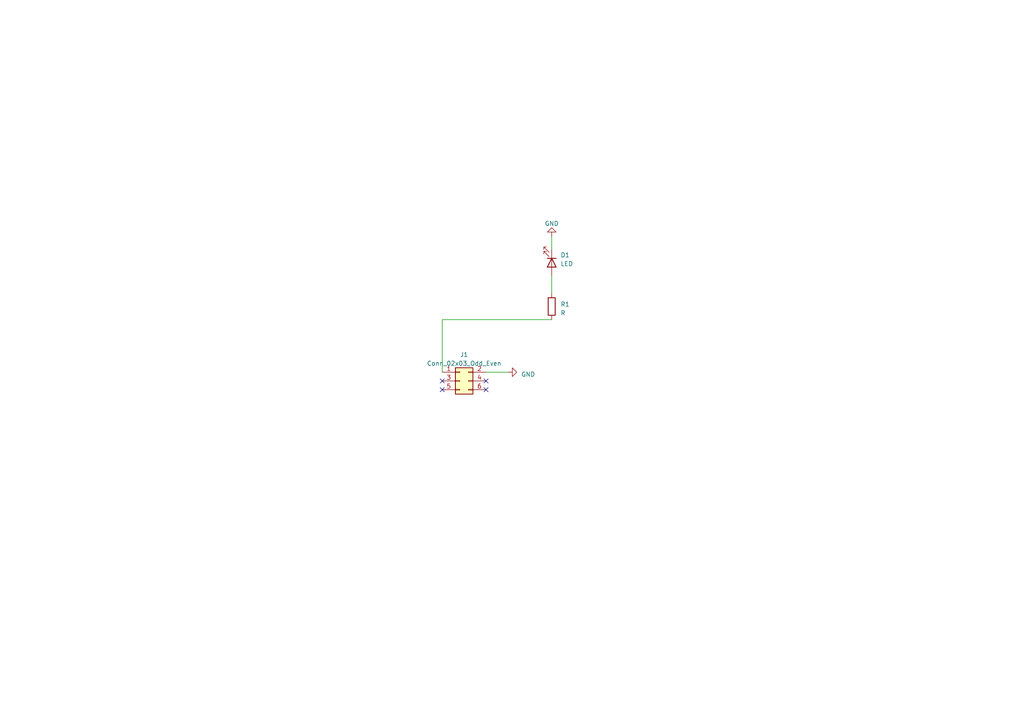
<source format=kicad_sch>
(kicad_sch (version 20220404) (generator eeschema)
  (paper "A4")
  (lib_symbols
    (symbol "Connector_Generic:Conn_02x03_Odd_Even" (pin_names (offset 1.016) hide)
      (property "Reference" "J" (at 1.27 5.08 0))
      (property "Value" "Conn_02x03_Odd_Even" (at 1.27 -5.08 0))
      (symbol "Conn_02x03_Odd_Even_1_1"
        (rectangle (start -1.27 -2.413) (end 0 -2.667) (stroke (width 0.1524)))
        (rectangle (start -1.27 0.127) (end 0 -0.127) (stroke (width 0.1524)))
        (rectangle (start -1.27 2.667) (end 0 2.413) (stroke (width 0.1524)))
        (rectangle (start -1.27 3.81) (end 3.81 -3.81) (stroke (width 0.254)) (fill (type background)))
        (rectangle (start 3.81 -2.413) (end 2.54 -2.667) (stroke (width 0.1524)))
        (rectangle (start 3.81 0.127) (end 2.54 -0.127) (stroke (width 0.1524)))
        (rectangle (start 3.81 2.667) (end 2.54 2.413) (stroke (width 0.1524)))
        (pin passive line (at -5.08 2.54 0) (length 3.81) (name "Pin_1") (number "1"))
        (pin passive line (at 7.62 2.54 180) (length 3.81) (name "Pin_2") (number "2"))
        (pin passive line (at -5.08 0 0) (length 3.81) (name "Pin_3") (number "3"))
        (pin passive line (at 7.62 0 180) (length 3.81) (name "Pin_4") (number "4"))
        (pin passive line (at -5.08 -2.54 0) (length 3.81) (name "Pin_5") (number "5"))
        (pin passive line (at 7.62 -2.54 180) (length 3.81) (name "Pin_6") (number "6"))
      )
    )
    (symbol "Device:LED" (pin_numbers hide) (pin_names (offset 1.016) hide)
      (property "Reference" "D" (at 0 2.54 0))
      (property "Value" "LED" (at 0 -2.54 0))
      (symbol "LED_0_1"
        (polyline (pts (xy -1.27 -1.27) (xy -1.27 1.27)) (stroke (width 0.254)))
        (polyline (pts (xy -1.27 0) (xy 1.27 0)))
        (polyline (pts (xy 1.27 -1.27) (xy 1.27 1.27) (xy -1.27 0) (xy 1.27 -1.27)) (stroke (width 0.254)))
        (polyline (pts (xy -3.048 -0.762) (xy -4.572 -2.286) (xy -3.81 -2.286) (xy -4.572 -2.286) (xy -4.572 -1.524)))
        (polyline (pts (xy -1.778 -0.762) (xy -3.302 -2.286) (xy -2.54 -2.286) (xy -3.302 -2.286) (xy -3.302 -1.524)))
      )
      (symbol "LED_1_1"
        (pin passive line (at -3.81 0 0) (length 2.54) (name "K") (number "1"))
        (pin passive line (at 3.81 0 180) (length 2.54) (name "A") (number "2"))
      )
    )
    (symbol "Device:R" (pin_numbers hide) (pin_names (offset 0))
      (property "Reference" "R" (at 2.032 0 90))
      (property "Value" "R" (at 0 0 90))
      (symbol "R_0_1"
        (rectangle (start -1.016 -2.54) (end 1.016 2.54) (stroke (width 0.254)))
      )
      (symbol "R_1_1"
        (pin passive line (at 0 3.81 270) (length 1.27) (name "~") (number "1"))
        (pin passive line (at 0 -3.81 90) (length 1.27) (name "~") (number "2"))
      )
    )
    (symbol "power:GND" (power) (pin_names (offset 0))
      (property "Value" "GND" (at 0 -3.81 0))
      (symbol "GND_0_1"
        (polyline (pts (xy 0 0) (xy 0 -1.27) (xy 1.27 -1.27) (xy 0 -2.54) (xy -1.27 -1.27) (xy 0 -1.27)))
      )
      (symbol "GND_1_1"
        (pin power_in line (at 0 0 270) (length 0) hide (name "GND") (number "1"))
      )
    )
  )
  (no_connect (at 128.27 110.49))
  (no_connect (at 128.27 113.03))
  (no_connect (at 140.97 113.03))
  (no_connect (at 140.97 110.49))
  (wire (pts (xy 160.02 80.01) (xy 160.02 85.09)))
  (wire (pts (xy 128.27 107.95) (xy 128.27 92.71)))
  (wire (pts (xy 128.27 92.71) (xy 160.02 92.71)))
  (wire (pts (xy 160.02 68.58) (xy 160.02 72.39)))
  (wire (pts (xy 140.97 107.95) (xy 147.32 107.95)))
  (symbol (lib_id "Connector_Generic:Conn_02x03_Odd_Even") (at 133.35 110.49 0) (unit 1)
    (default_instance (reference "J") (unit 1) (value "Conn_02x03_Odd_Even") (footprint ""))
    (property "Reference" "J1" (at 134.62 102.87 0))
    (property "Value" "Conn_02x03_Odd_Even" (at 134.62 105.41 0))
    (property "Footprint" "Connector_PinHeader_2.54mm:PinHeader_2x03_P2.54mm_Vertical_SMD" (effects hide))
  )
  (symbol (lib_id "Device:R") (at 160.02 88.9 0) (unit 1)
    (default_instance (reference "R") (unit 1) (value "R") (footprint ""))
    (property "Reference" "R1" (at 162.56 88.265 0) (effects (justify left)))
    (property "Value" "R" (at 162.56 90.805 0) (effects (justify left)))
    (property "Footprint" "Resistor_SMD:R_1206_3216Metric_Pad1.30x1.75mm_HandSolder" (effects hide))
  )
  (symbol (lib_id "power:GND") (at 160.02 68.58 180) (unit 1)
    (default_instance (reference "#PWR") (unit 1) (value "GND") (footprint ""))
    (property "Reference" "#PWR03" (effects hide))
    (property "Value" "GND" (at 160.02 64.8437 0))
  )
  (symbol (lib_id "Device:LED") (at 160.02 76.2 270) (unit 1)
    (default_instance (reference "D") (unit 1) (value "LED") (footprint ""))
    (property "Reference" "D1" (at 162.56 73.9775 90) (effects (justify left)))
    (property "Value" "LED" (at 162.56 76.5175 90) (effects (justify left)))
    (property "Footprint" "sunled:XZDGK45WT-9" (effects hide))
  )
  (symbol (lib_id "power:GND") (at 147.32 107.95 90) (unit 1)
    (default_instance (reference "#PWR") (unit 1) (value "GND") (footprint ""))
    (property "Reference" "#PWR02" (effects hide))
    (property "Value" "GND" (at 151.13 108.585 90) (effects (justify right)))
  )
)
</source>
